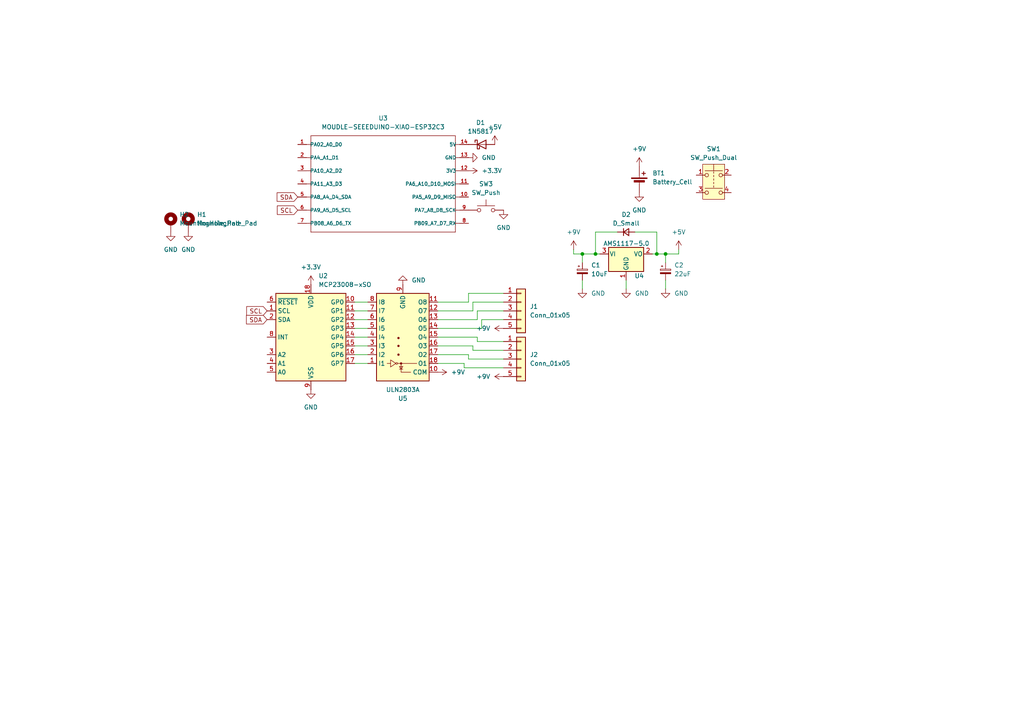
<source format=kicad_sch>
(kicad_sch (version 20231120) (generator "eeschema") (generator_version "8.0")
  (paper "A4")
  (lib_symbols
    (symbol "Connector_Generic:Conn_01x05" (pin_names (offset 1.016) hide)
      (property "Reference" "J" (at 0 7.62 0))
      (property "Value" "Conn_01x05" (at 0 -7.62 0))
      (symbol "Conn_01x05_1_1"
        (rectangle (start -1.27 -4.953) (end 0 -5.207) (stroke (width 0.1524)))
        (rectangle (start -1.27 -2.413) (end 0 -2.667) (stroke (width 0.1524)))
        (rectangle (start -1.27 0.127) (end 0 -0.127) (stroke (width 0.1524)))
        (rectangle (start -1.27 2.667) (end 0 2.413) (stroke (width 0.1524)))
        (rectangle (start -1.27 5.207) (end 0 4.953) (stroke (width 0.1524)))
        (rectangle (start -1.27 6.35) (end 1.27 -6.35) (stroke (width 0.254)) (fill (type background)))
        (pin passive line (at -5.08 5.08 0) (length 3.81) (name "Pin_1") (number "1"))
        (pin passive line (at -5.08 2.54 0) (length 3.81) (name "Pin_2") (number "2"))
        (pin passive line (at -5.08 0 0) (length 3.81) (name "Pin_3") (number "3"))
        (pin passive line (at -5.08 -2.54 0) (length 3.81) (name "Pin_4") (number "4"))
        (pin passive line (at -5.08 -5.08 0) (length 3.81) (name "Pin_5") (number "5"))
      )
    )
    (symbol "Device:Battery_Cell" (pin_numbers hide) (pin_names (offset 0) hide)
      (property "Reference" "BT" (at 2.54 2.54 0))
      (property "Value" "Battery_Cell" (at 2.54 0 0))
      (symbol "Battery_Cell_0_1"
        (rectangle (start -2.286 1.778) (end 2.286 1.524) (fill (type outline)))
        (rectangle (start -1.524 1.016) (end 1.524 0.508) (fill (type outline)))
        (polyline (pts (xy 0 0.762) (xy 0 0)))
        (polyline (pts (xy 0 1.778) (xy 0 2.54)))
        (polyline (pts (xy 0.762 3.048) (xy 1.778 3.048)) (stroke (width 0.254)))
        (polyline (pts (xy 1.27 3.556) (xy 1.27 2.54)) (stroke (width 0.254)))
      )
      (symbol "Battery_Cell_1_1"
        (pin passive line (at 0 5.08 270) (length 2.54) (name "+") (number "1"))
        (pin passive line (at 0 -2.54 90) (length 2.54) (name "-") (number "2"))
      )
    )
    (symbol "Device:C_Polarized_Small" (pin_numbers hide) (pin_names (offset 0.254) hide)
      (property "Reference" "C" (at 0.254 1.778 0))
      (property "Value" "C_Polarized_Small" (at 0.254 -2.032 0))
      (symbol "C_Polarized_Small_0_1"
        (rectangle (start -1.524 -0.3048) (end 1.524 -0.6858) (fill (type outline)))
        (rectangle (start -1.524 0.6858) (end 1.524 0.3048))
        (polyline (pts (xy -1.27 1.524) (xy -0.762 1.524)))
        (polyline (pts (xy -1.016 1.27) (xy -1.016 1.778)))
      )
      (symbol "C_Polarized_Small_1_1"
        (pin passive line (at 0 2.54 270) (length 1.8542) (name "~") (number "1"))
        (pin passive line (at 0 -2.54 90) (length 1.8542) (name "~") (number "2"))
      )
    )
    (symbol "Device:D_Small" (pin_numbers hide) (pin_names (offset 0.254) hide)
      (property "Reference" "D" (at -1.27 2.032 0))
      (property "Value" "D_Small" (at -3.81 -2.032 0))
      (symbol "D_Small_0_1"
        (polyline (pts (xy -0.762 -1.016) (xy -0.762 1.016)) (stroke (width 0.254)))
        (polyline (pts (xy -0.762 0) (xy 0.762 0)))
        (polyline (pts (xy 0.762 -1.016) (xy -0.762 0) (xy 0.762 1.016) (xy 0.762 -1.016)) (stroke (width 0.254)))
      )
      (symbol "D_Small_1_1"
        (pin passive line (at -2.54 0 0) (length 1.778) (name "K") (number "1"))
        (pin passive line (at 2.54 0 180) (length 1.778) (name "A") (number "2"))
      )
    )
    (symbol "Diode:1N5817" (pin_numbers hide) (pin_names (offset 1.016) hide)
      (property "Reference" "D" (at 0 2.54 0))
      (property "Value" "1N5817" (at 0 -2.54 0))
      (symbol "1N5817_0_1"
        (polyline (pts (xy 1.27 0) (xy -1.27 0)))
        (polyline (pts (xy 1.27 1.27) (xy 1.27 -1.27) (xy -1.27 0) (xy 1.27 1.27)) (stroke (width 0.254)))
        (polyline (pts (xy -1.905 0.635) (xy -1.905 1.27) (xy -1.27 1.27) (xy -1.27 -1.27) (xy -0.635 -1.27) (xy -0.635 -0.635)) (stroke (width 0.254)))
      )
      (symbol "1N5817_1_1"
        (pin passive line (at -3.81 0 0) (length 2.54) (name "K") (number "1"))
        (pin passive line (at 3.81 0 180) (length 2.54) (name "A") (number "2"))
      )
    )
    (symbol "Interface_Expansion:MCP23008-xSO"
      (property "Reference" "U" (at -8.89 13.97 0))
      (property "Value" "MCP23008-xSO" (at 8.89 13.97 0))
      (symbol "MCP23008-xSO_0_1"
        (rectangle (start -10.16 12.7) (end 10.16 -12.7) (stroke (width 0.254)) (fill (type background)))
      )
      (symbol "MCP23008-xSO_1_1"
        (pin input line (at -12.7 7.62 0) (length 2.54) (name "SCL") (number "1"))
        (pin bidirectional line (at 12.7 10.16 180) (length 2.54) (name "GP0") (number "10"))
        (pin bidirectional line (at 12.7 7.62 180) (length 2.54) (name "GP1") (number "11"))
        (pin bidirectional line (at 12.7 5.08 180) (length 2.54) (name "GP2") (number "12"))
        (pin bidirectional line (at 12.7 2.54 180) (length 2.54) (name "GP3") (number "13"))
        (pin bidirectional line (at 12.7 0 180) (length 2.54) (name "GP4") (number "14"))
        (pin bidirectional line (at 12.7 -2.54 180) (length 2.54) (name "GP5") (number "15"))
        (pin bidirectional line (at 12.7 -5.08 180) (length 2.54) (name "GP6") (number "16"))
        (pin bidirectional line (at 12.7 -7.62 180) (length 2.54) (name "GP7") (number "17"))
        (pin power_in line (at 0 15.24 270) (length 2.54) (name "VDD") (number "18"))
        (pin bidirectional line (at -12.7 5.08 0) (length 2.54) (name "SDA") (number "2"))
        (pin input line (at -12.7 -5.08 0) (length 2.54) (name "A2") (number "3"))
        (pin input line (at -12.7 -7.62 0) (length 2.54) (name "A1") (number "4"))
        (pin input line (at -12.7 -10.16 0) (length 2.54) (name "A0") (number "5"))
        (pin input line (at -12.7 10.16 0) (length 2.54) (name "~{RESET}") (number "6"))
        (pin no_connect line (at -10.16 -2.54 0) (length 2.54) hide (name "NC") (number "7"))
        (pin output line (at -12.7 0 0) (length 2.54) (name "INT") (number "8"))
        (pin power_in line (at 0 -15.24 90) (length 2.54) (name "VSS") (number "9"))
      )
    )
    (symbol "MOUDLE-SEEEDUINO-XIAO-ESP32C3:MOUDLE-SEEEDUINO-XIAO-ESP32C3" (pin_names (offset 1.016))
      (property "Reference" "U" (at -21.59 15.24 0))
      (property "Value" "MOUDLE-SEEEDUINO-XIAO-ESP32C3" (at -21.59 13.97 0))
      (symbol "MOUDLE-SEEEDUINO-XIAO-ESP32C3_0_0"
        (polyline (pts (xy -21.59 -13.97) (xy -21.59 0)) (stroke (width 0.1524)))
        (polyline (pts (xy -21.59 -11.43) (xy -22.86 -11.43)) (stroke (width 0.1524)))
        (polyline (pts (xy -21.59 -7.62) (xy -22.86 -7.62)) (stroke (width 0.1524)))
        (polyline (pts (xy -21.59 -3.81) (xy -22.86 -3.81)) (stroke (width 0.1524)))
        (polyline (pts (xy -21.59 0) (xy -22.86 0)) (stroke (width 0.1524)))
        (polyline (pts (xy -21.59 0) (xy -21.59 3.81)) (stroke (width 0.1524)))
        (polyline (pts (xy -21.59 3.81) (xy -22.86 3.81)) (stroke (width 0.1524)))
        (polyline (pts (xy -21.59 3.81) (xy -21.59 7.62)) (stroke (width 0.1524)))
        (polyline (pts (xy -21.59 7.62) (xy -22.86 7.62)) (stroke (width 0.1524)))
        (polyline (pts (xy -21.59 7.62) (xy -21.59 11.43)) (stroke (width 0.1524)))
        (polyline (pts (xy -21.59 11.43) (xy -22.86 11.43)) (stroke (width 0.1524)))
        (polyline (pts (xy -21.59 11.43) (xy -21.59 13.97)) (stroke (width 0.1524)))
        (polyline (pts (xy -21.59 13.97) (xy 20.32 13.97)) (stroke (width 0.1524)))
        (polyline (pts (xy 20.32 -13.97) (xy -21.59 -13.97)) (stroke (width 0.1524)))
        (polyline (pts (xy 20.32 3.81) (xy 20.32 -13.97)) (stroke (width 0.1524)))
        (polyline (pts (xy 20.32 7.62) (xy 20.32 3.81)) (stroke (width 0.1524)))
        (polyline (pts (xy 20.32 11.43) (xy 20.32 7.62)) (stroke (width 0.1524)))
        (polyline (pts (xy 20.32 13.97) (xy 20.32 11.43)) (stroke (width 0.1524)))
        (polyline (pts (xy 21.59 -11.43) (xy 20.32 -11.43)) (stroke (width 0.1524)))
        (polyline (pts (xy 21.59 -7.62) (xy 20.32 -7.62)) (stroke (width 0.1524)))
        (polyline (pts (xy 21.59 -3.81) (xy 20.32 -3.81)) (stroke (width 0.1524)))
        (polyline (pts (xy 21.59 0) (xy 20.32 0)) (stroke (width 0.1524)))
        (polyline (pts (xy 21.59 3.81) (xy 20.32 3.81)) (stroke (width 0.1524)))
        (polyline (pts (xy 21.59 7.62) (xy 20.32 7.62)) (stroke (width 0.1524)))
        (polyline (pts (xy 21.59 11.43) (xy 20.32 11.43)) (stroke (width 0.1524)))
        (pin bidirectional line (at -25.4 11.43 0) (length 2.54) (name "PA02_A0_D0") (number "1"))
        (pin bidirectional line (at 24.13 -3.81 180) (length 2.54) (name "PA5_A9_D9_MISO") (number "10"))
        (pin bidirectional line (at 24.13 0 180) (length 2.54) (name "PA6_A10_D10_MOSI") (number "11"))
        (pin bidirectional line (at 24.13 3.81 180) (length 2.54) (name "3V3") (number "12"))
        (pin bidirectional line (at 24.13 7.62 180) (length 2.54) (name "GND") (number "13"))
        (pin bidirectional line (at 24.13 11.43 180) (length 2.54) (name "5V") (number "14"))
        (pin bidirectional line (at -25.4 7.62 0) (length 2.54) (name "PA4_A1_D1") (number "2"))
        (pin bidirectional line (at -25.4 3.81 0) (length 2.54) (name "PA10_A2_D2") (number "3"))
        (pin bidirectional line (at -25.4 0 0) (length 2.54) (name "PA11_A3_D3") (number "4"))
        (pin bidirectional line (at -25.4 -3.81 0) (length 2.54) (name "PA8_A4_D4_SDA") (number "5"))
        (pin bidirectional line (at -25.4 -7.62 0) (length 2.54) (name "PA9_A5_D5_SCL") (number "6"))
        (pin bidirectional line (at -25.4 -11.43 0) (length 2.54) (name "PB08_A6_D6_TX") (number "7"))
        (pin bidirectional line (at 24.13 -11.43 180) (length 2.54) (name "PB09_A7_D7_RX") (number "8"))
        (pin bidirectional line (at 24.13 -7.62 180) (length 2.54) (name "PA7_A8_D8_SCK") (number "9"))
      )
    )
    (symbol "Mechanical:MountingHole_Pad" (pin_numbers hide) (pin_names (offset 1.016) hide) (exclude_from_sim yes) (in_bom no)
      (property "Reference" "H" (at 0 6.35 0))
      (property "Value" "MountingHole_Pad" (at 0 4.445 0))
      (symbol "MountingHole_Pad_0_1"
        (circle (center 0 1.27) (radius 1.27) (stroke (width 1.27)))
      )
      (symbol "MountingHole_Pad_1_1"
        (pin input line (at 0 -2.54 90) (length 2.54) (name "1") (number "1"))
      )
    )
    (symbol "Regulator_Linear:AMS1117-3.3" (pin_names (offset 0.254))
      (property "Reference" "U" (at -3.81 3.175 0))
      (property "Value" "AMS1117-3.3" (at 0 3.175 0))
      (symbol "AMS1117-3.3_0_1"
        (rectangle (start -5.08 -5.08) (end 5.08 1.905) (stroke (width 0.254)) (fill (type background)))
      )
      (symbol "AMS1117-3.3_1_1"
        (pin power_in line (at 0 -7.62 90) (length 2.54) (name "GND") (number "1"))
        (pin power_out line (at 7.62 0 180) (length 2.54) (name "VO") (number "2"))
        (pin power_in line (at -7.62 0 0) (length 2.54) (name "VI") (number "3"))
      )
    )
    (symbol "Switch:SW_Push" (pin_numbers hide) (pin_names (offset 1.016) hide)
      (property "Reference" "SW" (at 1.27 2.54 0))
      (property "Value" "SW_Push" (at 0 -1.524 0))
      (symbol "SW_Push_0_1"
        (circle (center -2.032 0) (radius 0.508))
        (polyline (pts (xy 0 1.27) (xy 0 3.048)))
        (polyline (pts (xy 2.54 1.27) (xy -2.54 1.27)))
        (circle (center 2.032 0) (radius 0.508))
        (pin passive line (at -5.08 0 0) (length 2.54) (name "1") (number "1"))
        (pin passive line (at 5.08 0 180) (length 2.54) (name "2") (number "2"))
      )
    )
    (symbol "Switch:SW_Push_Dual" (pin_names (offset 1.016) hide)
      (property "Reference" "SW" (at 0 7.62 0))
      (property "Value" "SW_Push_Dual" (at 0 -6.35 0))
      (symbol "SW_Push_Dual_0_1"
        (circle (center -2.032 -2.54) (radius 0.508))
        (circle (center -2.032 2.54) (radius 0.508))
        (polyline (pts (xy 0 -0.508) (xy 0 -1.016)))
        (polyline (pts (xy 0 0.508) (xy 0 0)))
        (polyline (pts (xy 0 1.016) (xy 0 1.524)))
        (polyline (pts (xy 0 2.032) (xy 0 2.54)))
        (polyline (pts (xy 0 3.048) (xy 0 3.556)))
        (polyline (pts (xy 0 3.81) (xy 0 5.588)))
        (polyline (pts (xy 2.54 -1.27) (xy -2.54 -1.27)))
        (polyline (pts (xy 2.54 3.81) (xy -2.54 3.81)))
        (circle (center 2.032 -2.54) (radius 0.508))
        (circle (center 2.032 2.54) (radius 0.508))
        (pin passive line (at -5.08 2.54 0) (length 2.54) (name "1") (number "1"))
        (pin passive line (at 5.08 2.54 180) (length 2.54) (name "2") (number "2"))
        (pin passive line (at -5.08 -2.54 0) (length 2.54) (name "3") (number "3"))
        (pin passive line (at 5.08 -2.54 180) (length 2.54) (name "4") (number "4"))
      )
      (symbol "SW_Push_Dual_1_1"
        (rectangle (start -3.175 5.715) (end 3.175 -4.445) (fill (type background)))
      )
    )
    (symbol "Transistor_Array:ULN2803A"
      (property "Reference" "U" (at 0 13.335 0))
      (property "Value" "ULN2803A" (at 0 11.43 0))
      (symbol "ULN2803A_0_1"
        (rectangle (start -7.62 -15.24) (end 7.62 10.16) (stroke (width 0.254)) (fill (type background)))
        (circle (center -1.778 5.08) (radius 0.254))
        (circle (center -1.27 -2.286) (radius 0.254) (fill (type outline)))
        (circle (center -1.27 0) (radius 0.254) (fill (type outline)))
        (circle (center -1.27 2.54) (radius 0.254) (fill (type outline)))
        (circle (center -0.508 5.08) (radius 0.254) (fill (type outline)))
        (polyline (pts (xy -4.572 5.08) (xy -3.556 5.08)))
        (polyline (pts (xy -1.524 5.08) (xy 4.064 5.08)))
        (polyline (pts (xy 0 6.731) (xy -1.016 6.731)))
        (polyline (pts (xy -0.508 5.08) (xy -0.508 7.62) (xy 2.286 7.62)))
        (polyline (pts (xy -3.556 6.096) (xy -3.556 4.064) (xy -2.032 5.08) (xy -3.556 6.096)))
        (polyline (pts (xy 0 5.969) (xy -1.016 5.969) (xy -0.508 6.731) (xy 0 5.969)))
      )
      (symbol "ULN2803A_1_1"
        (pin input line (at -10.16 5.08 0) (length 2.54) (name "I1") (number "1"))
        (pin passive line (at 10.16 7.62 180) (length 2.54) (name "COM") (number "10"))
        (pin open_collector line (at 10.16 -12.7 180) (length 2.54) (name "O8") (number "11"))
        (pin open_collector line (at 10.16 -10.16 180) (length 2.54) (name "O7") (number "12"))
        (pin open_collector line (at 10.16 -7.62 180) (length 2.54) (name "O6") (number "13"))
        (pin open_collector line (at 10.16 -5.08 180) (length 2.54) (name "O5") (number "14"))
        (pin open_collector line (at 10.16 -2.54 180) (length 2.54) (name "O4") (number "15"))
        (pin open_collector line (at 10.16 0 180) (length 2.54) (name "O3") (number "16"))
        (pin open_collector line (at 10.16 2.54 180) (length 2.54) (name "O2") (number "17"))
        (pin open_collector line (at 10.16 5.08 180) (length 2.54) (name "O1") (number "18"))
        (pin input line (at -10.16 2.54 0) (length 2.54) (name "I2") (number "2"))
        (pin input line (at -10.16 0 0) (length 2.54) (name "I3") (number "3"))
        (pin input line (at -10.16 -2.54 0) (length 2.54) (name "I4") (number "4"))
        (pin input line (at -10.16 -5.08 0) (length 2.54) (name "I5") (number "5"))
        (pin input line (at -10.16 -7.62 0) (length 2.54) (name "I6") (number "6"))
        (pin input line (at -10.16 -10.16 0) (length 2.54) (name "I7") (number "7"))
        (pin input line (at -10.16 -12.7 0) (length 2.54) (name "I8") (number "8"))
        (pin power_in line (at 0 -17.78 90) (length 2.54) (name "GND") (number "9"))
      )
    )
    (symbol "power:+3.3V" (power) (pin_numbers hide) (pin_names (offset 0) hide)
      (property "Value" "+3.3V" (at 0 3.556 0))
      (symbol "+3.3V_0_1"
        (polyline (pts (xy -0.762 1.27) (xy 0 2.54)))
        (polyline (pts (xy 0 0) (xy 0 2.54)))
        (polyline (pts (xy 0 2.54) (xy 0.762 1.27)))
      )
      (symbol "+3.3V_1_1"
        (pin power_in line (at 0 0 90) (length 0) (name "~") (number "1"))
      )
    )
    (symbol "power:+5V" (power) (pin_numbers hide) (pin_names (offset 0) hide)
      (property "Value" "+5V" (at 0 3.556 0))
      (symbol "+5V_0_1"
        (polyline (pts (xy -0.762 1.27) (xy 0 2.54)))
        (polyline (pts (xy 0 0) (xy 0 2.54)))
        (polyline (pts (xy 0 2.54) (xy 0.762 1.27)))
      )
      (symbol "+5V_1_1"
        (pin power_in line (at 0 0 90) (length 0) (name "~") (number "1"))
      )
    )
    (symbol "power:+9V" (power) (pin_numbers hide) (pin_names (offset 0) hide)
      (property "Value" "+9V" (at 0 3.556 0))
      (symbol "+9V_0_1"
        (polyline (pts (xy -0.762 1.27) (xy 0 2.54)))
        (polyline (pts (xy 0 0) (xy 0 2.54)))
        (polyline (pts (xy 0 2.54) (xy 0.762 1.27)))
      )
      (symbol "+9V_1_1"
        (pin power_in line (at 0 0 90) (length 0) (name "~") (number "1"))
      )
    )
    (symbol "power:GND" (power) (pin_numbers hide) (pin_names (offset 0) hide)
      (property "Value" "GND" (at 0 -3.81 0))
      (symbol "GND_0_1"
        (polyline (pts (xy 0 0) (xy 0 -1.27) (xy 1.27 -1.27) (xy 0 -2.54) (xy -1.27 -1.27) (xy 0 -1.27)))
      )
      (symbol "GND_1_1"
        (pin power_in line (at 0 0 270) (length 0) (name "~") (number "1"))
      )
    )
  )
  (junction (at 168.91 73.66))
  (junction (at 190.5 73.66))
  (junction (at 172.72 73.66))
  (junction (at 193.04 73.66))
  (wire (pts (xy 135.89 104.14) (xy 135.89 102.87)))
  (wire (pts (xy 135.89 85.09) (xy 146.05 85.09)))
  (wire (pts (xy 137.16 87.63) (xy 146.05 87.63)))
  (wire (pts (xy 134.62 105.41) (xy 127 105.41)))
  (wire (pts (xy 146.05 101.6) (xy 137.16 101.6)))
  (wire (pts (xy 146.05 99.06) (xy 138.43 99.06)))
  (wire (pts (xy 102.87 87.63) (xy 106.68 87.63)))
  (wire (pts (xy 146.05 106.68) (xy 134.62 106.68)))
  (wire (pts (xy 135.89 85.09) (xy 135.89 87.63)))
  (wire (pts (xy 102.87 90.17) (xy 106.68 90.17)))
  (wire (pts (xy 193.04 73.66) (xy 196.85 73.66)))
  (wire (pts (xy 166.37 73.66) (xy 168.91 73.66)))
  (wire (pts (xy 193.04 81.28) (xy 193.04 83.82)))
  (wire (pts (xy 102.87 100.33) (xy 106.68 100.33)))
  (wire (pts (xy 138.43 90.17) (xy 146.05 90.17)))
  (wire (pts (xy 179.07 67.31) (xy 172.72 67.31)))
  (wire (pts (xy 181.61 81.28) (xy 181.61 83.82)))
  (wire (pts (xy 139.7 92.71) (xy 146.05 92.71)))
  (wire (pts (xy 172.72 73.66) (xy 173.99 73.66)))
  (wire (pts (xy 196.85 73.66) (xy 196.85 72.39)))
  (wire (pts (xy 137.16 100.33) (xy 127 100.33)))
  (wire (pts (xy 190.5 73.66) (xy 193.04 73.66)))
  (wire (pts (xy 102.87 97.79) (xy 106.68 97.79)))
  (wire (pts (xy 168.91 73.66) (xy 168.91 76.2)))
  (wire (pts (xy 138.43 99.06) (xy 138.43 97.79)))
  (wire (pts (xy 102.87 102.87) (xy 106.68 102.87)))
  (wire (pts (xy 102.87 105.41) (xy 106.68 105.41)))
  (wire (pts (xy 135.89 87.63) (xy 127 87.63)))
  (wire (pts (xy 168.91 81.28) (xy 168.91 83.82)))
  (wire (pts (xy 172.72 67.31) (xy 172.72 73.66)))
  (wire (pts (xy 138.43 92.71) (xy 127 92.71)))
  (wire (pts (xy 134.62 106.68) (xy 134.62 105.41)))
  (wire (pts (xy 139.7 92.71) (xy 139.7 95.25)))
  (wire (pts (xy 184.15 67.31) (xy 190.5 67.31)))
  (wire (pts (xy 193.04 76.2) (xy 193.04 73.66)))
  (wire (pts (xy 138.43 90.17) (xy 138.43 92.71)))
  (wire (pts (xy 166.37 72.39) (xy 166.37 73.66)))
  (wire (pts (xy 135.89 102.87) (xy 127 102.87)))
  (wire (pts (xy 139.7 95.25) (xy 127 95.25)))
  (wire (pts (xy 168.91 73.66) (xy 172.72 73.66)))
  (wire (pts (xy 189.23 73.66) (xy 190.5 73.66)))
  (wire (pts (xy 137.16 90.17) (xy 127 90.17)))
  (wire (pts (xy 102.87 95.25) (xy 106.68 95.25)))
  (wire (pts (xy 102.87 92.71) (xy 106.68 92.71)))
  (wire (pts (xy 137.16 101.6) (xy 137.16 100.33)))
  (wire (pts (xy 138.43 97.79) (xy 127 97.79)))
  (wire (pts (xy 146.05 104.14) (xy 135.89 104.14)))
  (wire (pts (xy 190.5 67.31) (xy 190.5 73.66)))
  (wire (pts (xy 137.16 87.63) (xy 137.16 90.17)))
  (global_label "SCL" (shape input) (at 77.47 90.17 180) (property "Intersheetrefs" "${INTERSHEET_REFS}" (effects (hide yes))))
  (global_label "SDA" (shape input) (at 86.36 57.15 180) (property "Intersheetrefs" "${INTERSHEET_REFS}" (effects (hide yes))))
  (global_label "SDA" (shape input) (at 77.47 92.71 180) (property "Intersheetrefs" "${INTERSHEET_REFS}" (effects (hide yes))))
  (global_label "SCL" (shape input) (at 86.36 60.96 180) (property "Intersheetrefs" "${INTERSHEET_REFS}" (effects (hide yes))))
  (symbol (lib_id "power:GND") (at 135.89 45.72 90) (unit 1)
    (property "Reference" "#PWR017" (effects (hide yes)))
    (property "Value" "GND" (at 139.7 45.7199 90) (effects (justify right)))
    (property "Description" "Power symbol creates a global label with name \"GND\" , ground" (effects (hide yes)))
  )
  (symbol (lib_id "Connector_Generic:Conn_01x05") (at 151.13 90.17 0) (unit 1)
    (property "Reference" "J1" (at 153.67 88.8999 0) (effects (justify left)))
    (property "Value" "Conn_01x05" (at 153.67 91.4399 0) (effects (justify left)))
    (property "Footprint" "Connector_JST:JST_XH_B5B-XH-A_1x05_P2.50mm_Vertical" (effects (hide yes)))
    (property "Description" "Generic connector, single row, 01x05, script generated (kicad-library-utils/schlib/autogen/connector/)" (effects (hide yes)))
  )
  (symbol (lib_id "power:GND") (at 49.53 67.31 0) (unit 1)
    (property "Reference" "#PWR010" (effects (hide yes)))
    (property "Value" "GND" (at 49.53 72.39 0))
    (property "Description" "Power symbol creates a global label with name \"GND\" , ground" (effects (hide yes)))
  )
  (symbol (lib_id "Diode:1N5817") (at 139.7 41.91 0) (unit 1)
    (property "Reference" "D1" (at 139.3825 35.56 0))
    (property "Value" "1N5817" (at 139.3825 38.1 0))
    (property "Footprint" "Diode_THT:D_DO-41_SOD81_P7.62mm_Horizontal" (effects (hide yes)))
    (property "Datasheet" "http://www.vishay.com/docs/88525/1n5817.pdf" (effects (hide yes)))
    (property "Description" "20V 1A Schottky Barrier Rectifier Diode, DO-41" (effects (hide yes)))
  )
  (symbol (lib_id "power:+9V") (at 146.05 95.25 90) (unit 1)
    (property "Reference" "#PWR06" (effects (hide yes)))
    (property "Value" "+9V" (at 142.24 95.2499 90) (effects (justify left)))
    (property "Description" "Power symbol creates a global label with name \"+9V\"" (effects (hide yes)))
  )
  (symbol (lib_id "power:GND") (at 193.04 83.82 0) (unit 1)
    (property "Reference" "#PWR014" (effects (hide yes)))
    (property "Value" "GND" (at 195.58 85.0899 0) (effects (justify left)))
  )
  (symbol (lib_id "power:+9V") (at 185.42 48.26 0) (unit 1)
    (property "Reference" "#PWR07" (effects (hide yes)))
    (property "Value" "+9V" (at 185.42 43.18 0))
    (property "Description" "Power symbol creates a global label with name \"+9V\"" (effects (hide yes)))
  )
  (symbol (lib_id "Mechanical:MountingHole_Pad") (at 49.53 64.77 0) (unit 1) (exclude_from_sim yes) (in_bom no)
    (property "Reference" "H2" (at 52.07 62.2299 0) (effects (justify left)))
    (property "Value" "MountingHole_Pad" (at 52.07 64.7699 0) (effects (justify left)))
    (property "Footprint" "MountingHole:MountingHole_3.2mm_M3_Pad_Via" (effects (hide yes)))
    (property "Description" "Mounting Hole with connection" (effects (hide yes)))
  )
  (symbol (lib_id "power:+3.3V") (at 135.89 49.53 270) (unit 1)
    (property "Reference" "#PWR018" (effects (hide yes)))
    (property "Value" "+3.3V" (at 139.7 49.5299 90) (effects (justify left)))
    (property "Description" "Power symbol creates a global label with name \"+3.3V\"" (effects (hide yes)))
  )
  (symbol (lib_id "Device:C_Polarized_Small") (at 168.91 78.74 0) (unit 1)
    (property "Reference" "C1" (at 171.45 76.9238 0) (effects (justify left)))
    (property "Value" "10uF" (at 171.45 79.4638 0) (effects (justify left)))
    (property "Footprint" "Capacitor_SMD:CP_Elec_5x5.4" (effects (hide yes)))
  )
  (symbol (lib_id "power:GND") (at 181.61 83.82 0) (unit 1)
    (property "Reference" "#PWR013" (effects (hide yes)))
    (property "Value" "GND" (at 184.15 85.0899 0) (effects (justify left)))
  )
  (symbol (lib_id "power:GND") (at 54.61 67.31 0) (unit 1)
    (property "Reference" "#PWR09" (effects (hide yes)))
    (property "Value" "GND" (at 54.61 72.39 0))
    (property "Description" "Power symbol creates a global label with name \"GND\" , ground" (effects (hide yes)))
  )
  (symbol (lib_id "Switch:SW_Push_Dual") (at 207.01 53.34 0) (unit 1)
    (property "Reference" "SW1" (at 207.01 43.18 0))
    (property "Value" "SW_Push_Dual" (at 207.01 45.72 0))
    (property "Description" "Push button switch, generic, symbol, four pins" (effects (hide yes)))
  )
  (symbol (lib_id "power:GND") (at 90.17 113.03 0) (unit 1)
    (property "Reference" "#PWR04" (effects (hide yes)))
    (property "Value" "GND" (at 90.17 118.11 0))
    (property "Description" "Power symbol creates a global label with name \"GND\" , ground" (effects (hide yes)))
  )
  (symbol (lib_id "Interface_Expansion:MCP23008-xSO") (at 90.17 97.79 0) (unit 1)
    (property "Reference" "U2" (at 92.3641 80.01 0) (effects (justify left)))
    (property "Value" "MCP23008-xSO" (at 92.3641 82.55 0) (effects (justify left)))
    (property "Footprint" "Package_SO:SOIC-18W_7.5x11.6mm_P1.27mm" (effects (hide yes)))
    (property "Datasheet" "http://ww1.microchip.com/downloads/en/DeviceDoc/MCP23008-MCP23S08-Data-Sheet-20001919F.pdf" (effects (hide yes)))
    (property "Description" "8-bit I/O expander, I2C, interrupts, SOIC-18" (effects (hide yes)))
  )
  (symbol (lib_id "power:+9V") (at 127 107.95 270) (unit 1)
    (property "Reference" "#PWR02" (effects (hide yes)))
    (property "Value" "+9V" (at 130.81 107.9499 90) (effects (justify left)))
    (property "Description" "Power symbol creates a global label with name \"+9V\"" (effects (hide yes)))
  )
  (symbol (lib_id "power:+5V") (at 196.85 72.39 0) (unit 1)
    (property "Reference" "#PWR016" (effects (hide yes)))
    (property "Value" "+5V" (at 196.85 67.31 0))
    (property "Description" "Power symbol creates a global label with name \"+5V\"" (effects (hide yes)))
  )
  (symbol (lib_id "power:+9V") (at 166.37 72.39 0) (unit 1)
    (property "Reference" "#PWR011" (effects (hide yes)))
    (property "Value" "+9V" (at 166.37 67.31 0))
    (property "Description" "Power symbol creates a global label with name \"+9V\"" (effects (hide yes)))
  )
  (symbol (lib_id "power:GND") (at 185.42 55.88 0) (unit 1)
    (property "Reference" "#PWR08" (effects (hide yes)))
    (property "Value" "GND" (at 185.42 60.96 0))
    (property "Description" "Power symbol creates a global label with name \"GND\" , ground" (effects (hide yes)))
  )
  (symbol (lib_id "power:GND") (at 146.05 60.96 0) (unit 1)
    (property "Reference" "#PWR019" (effects (hide yes)))
    (property "Value" "GND" (at 146.05 66.04 0))
    (property "Description" "Power symbol creates a global label with name \"GND\" , ground" (effects (hide yes)))
  )
  (symbol (lib_id "Device:D_Small") (at 181.61 67.31 0) (unit 1)
    (property "Reference" "D2" (at 181.61 62.23 0))
    (property "Value" "D_Small" (at 181.61 64.77 0))
    (property "Footprint" "Diode_SMD:D_SMA_Handsoldering" (effects (hide yes)))
  )
  (symbol (lib_id "MOUDLE-SEEEDUINO-XIAO-ESP32C3:MOUDLE-SEEEDUINO-XIAO-ESP32C3") (at 111.76 53.34 0) (unit 1)
    (property "Reference" "U3" (at 111.125 34.29 0))
    (property "Value" "MOUDLE-SEEEDUINO-XIAO-ESP32C3" (at 111.125 36.83 0))
    (property "Footprint" "xiao ESP32C3_PCB:MOUDLE14P-SMD-2.54-21X17.8MM" (effects (hide yes)))
  )
  (symbol (lib_id "power:GND") (at 116.84 82.55 180) (unit 1)
    (property "Reference" "#PWR03" (effects (hide yes)))
    (property "Value" "GND" (at 119.38 81.2799 0) (effects (justify right)))
    (property "Description" "Power symbol creates a global label with name \"GND\" , ground" (effects (hide yes)))
  )
  (symbol (lib_id "Device:C_Polarized_Small") (at 193.04 78.74 0) (unit 1)
    (property "Reference" "C2" (at 195.58 76.9238 0) (effects (justify left)))
    (property "Value" "22uF" (at 195.58 79.4638 0) (effects (justify left)))
    (property "Footprint" "Capacitor_Tantalum_SMD:CP_EIA-3528-12_Kemet-T_Pad1.50x2.35mm_HandSolder" (effects (hide yes)))
  )
  (symbol (lib_id "Transistor_Array:ULN2803A") (at 116.84 100.33 0) (mirror x) (unit 1)
    (property "Reference" "U5" (at 116.84 115.57 0))
    (property "Value" "ULN2803A" (at 116.84 113.03 0))
    (property "Footprint" "Package_SO:SOIC-18W_7.5x11.6mm_P1.27mm" (effects (hide yes)))
    (property "Datasheet" "http://www.ti.com/lit/ds/symlink/uln2803a.pdf" (effects (hide yes)))
    (property "Description" "Darlington Transistor Arrays, SOIC18/DIP18" (effects (hide yes)))
  )
  (symbol (lib_id "Device:Battery_Cell") (at 185.42 53.34 0) (unit 1)
    (property "Reference" "BT1" (at 189.23 50.2284 0) (effects (justify left)))
    (property "Value" "Battery_Cell" (at 189.23 52.7684 0) (effects (justify left)))
    (property "Footprint" "Battery:BatteryHolder_Eagle_12BH611-GR" (effects (hide yes)))
    (property "Description" "Single-cell battery" (effects (hide yes)))
  )
  (symbol (lib_id "power:+5V") (at 143.51 41.91 0) (unit 1)
    (property "Reference" "#PWR015" (effects (hide yes)))
    (property "Value" "+5V" (at 143.51 36.83 0))
    (property "Description" "Power symbol creates a global label with name \"+5V\"" (effects (hide yes)))
  )
  (symbol (lib_id "power:+3.3V") (at 90.17 82.55 0) (unit 1)
    (property "Reference" "#PWR01" (effects (hide yes)))
    (property "Value" "+3.3V" (at 90.17 77.47 0))
    (property "Description" "Power symbol creates a global label with name \"+3.3V\"" (effects (hide yes)))
  )
  (symbol (lib_id "Mechanical:MountingHole_Pad") (at 54.61 64.77 0) (unit 1) (exclude_from_sim yes) (in_bom no)
    (property "Reference" "H1" (at 57.15 62.2299 0) (effects (justify left)))
    (property "Value" "MountingHole_Pad" (at 57.15 64.7699 0) (effects (justify left)))
    (property "Footprint" "MountingHole:MountingHole_3.2mm_M3_Pad_Via" (effects (hide yes)))
    (property "Description" "Mounting Hole with connection" (effects (hide yes)))
  )
  (symbol (lib_id "power:+9V") (at 146.05 109.22 90) (unit 1)
    (property "Reference" "#PWR05" (effects (hide yes)))
    (property "Value" "+9V" (at 142.24 109.2199 90) (effects (justify left)))
    (property "Description" "Power symbol creates a global label with name \"+9V\"" (effects (hide yes)))
  )
  (symbol (lib_id "power:GND") (at 168.91 83.82 0) (unit 1)
    (property "Reference" "#PWR012" (effects (hide yes)))
    (property "Value" "GND" (at 171.45 85.0899 0) (effects (justify left)))
  )
  (symbol (lib_id "Connector_Generic:Conn_01x05") (at 151.13 104.14 0) (unit 1)
    (property "Reference" "J2" (at 153.67 102.8699 0) (effects (justify left)))
    (property "Value" "Conn_01x05" (at 153.67 105.4099 0) (effects (justify left)))
    (property "Footprint" "Connector_JST:JST_XH_B5B-XH-A_1x05_P2.50mm_Vertical" (effects (hide yes)))
    (property "Description" "Generic connector, single row, 01x05, script generated (kicad-library-utils/schlib/autogen/connector/)" (effects (hide yes)))
  )
  (symbol (lib_id "Switch:SW_Push") (at 140.97 60.96 0) (unit 1)
    (property "Reference" "SW3" (at 140.97 53.34 0))
    (property "Value" "SW_Push" (at 140.97 55.88 0))
    (property "Footprint" "Button_Switch_THT:SW_XKB_DM1-16UP-1" (effects (hide yes)))
    (property "Description" "Push button switch, generic, two pins" (effects (hide yes)))
  )
  (symbol (lib_id "Regulator_Linear:AMS1117-3.3") (at 181.61 73.66 0) (unit 1)
    (property "Reference" "U4" (at 185.42 80.01 0))
    (property "Value" "AMS1117-5.0" (at 181.6749 70.6215 0))
    (property "Footprint" "Package_TO_SOT_SMD:SOT-223-3_TabPin2" (effects (hide yes)))
    (property "Datasheet" "http://www.advanced-monolithic.com/pdf/ds1117.pdf" (effects (hide yes)))
  )
)
</source>
